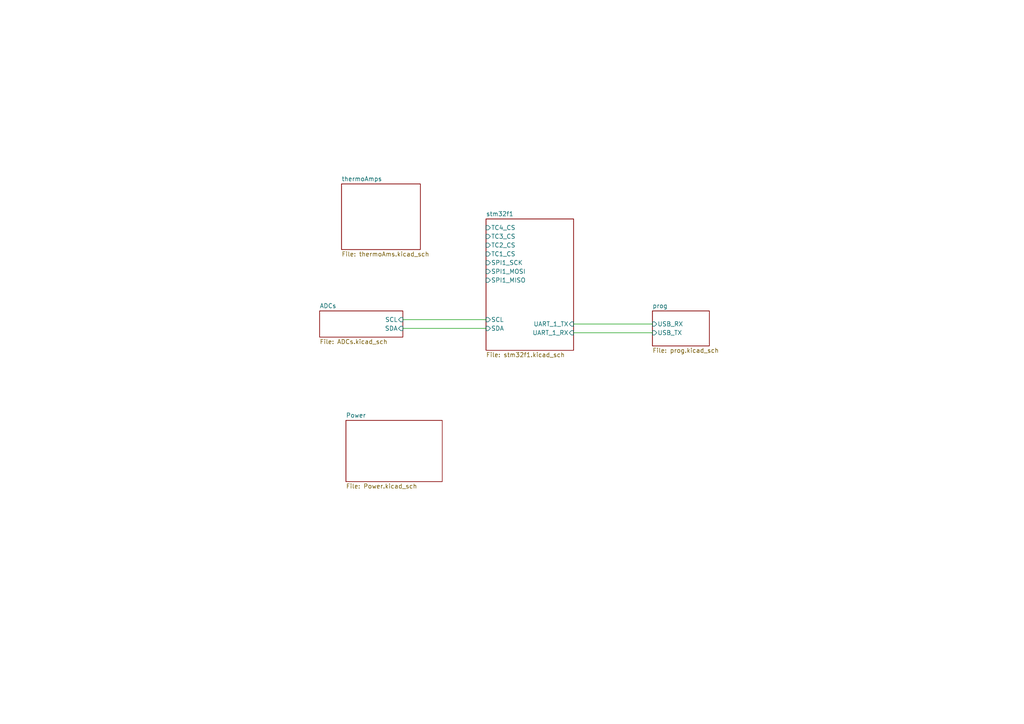
<source format=kicad_sch>
(kicad_sch
	(version 20250114)
	(generator "eeschema")
	(generator_version "9.0")
	(uuid "bb73515c-a1ce-4448-8899-3a433fb04c26")
	(paper "A4")
	(title_block
		(title "Alpha_Peripheral_Board")
	)
	(lib_symbols)
	(wire
		(pts
			(xy 116.84 92.71) (xy 140.97 92.71)
		)
		(stroke
			(width 0)
			(type default)
		)
		(uuid "6204e66f-3afd-4cc7-b051-1cb515d6bed2")
	)
	(wire
		(pts
			(xy 166.37 96.52) (xy 189.23 96.52)
		)
		(stroke
			(width 0)
			(type default)
		)
		(uuid "64668222-939a-4104-abf8-3e060297e384")
	)
	(wire
		(pts
			(xy 166.37 93.98) (xy 189.23 93.98)
		)
		(stroke
			(width 0)
			(type default)
		)
		(uuid "aa9c44c4-9ba6-4849-85a5-7b3d5156fb28")
	)
	(wire
		(pts
			(xy 116.84 95.25) (xy 140.97 95.25)
		)
		(stroke
			(width 0)
			(type default)
		)
		(uuid "e09935fa-6465-4e15-9781-54a0fa035016")
	)
	(sheet
		(at 99.06 53.34)
		(size 22.86 19.05)
		(exclude_from_sim no)
		(in_bom yes)
		(on_board yes)
		(dnp no)
		(fields_autoplaced yes)
		(stroke
			(width 0.1524)
			(type solid)
		)
		(fill
			(color 0 0 0 0.0000)
		)
		(uuid "7206d2b0-7b5f-4365-98b4-710ce982513e")
		(property "Sheetname" "thermoAmps"
			(at 99.06 52.6284 0)
			(effects
				(font
					(size 1.27 1.27)
				)
				(justify left bottom)
			)
		)
		(property "Sheetfile" "thermoAms.kicad_sch"
			(at 99.06 72.9746 0)
			(effects
				(font
					(size 1.27 1.27)
				)
				(justify left top)
			)
		)
		(instances
			(project "Alpha_Breakout"
				(path "/bb73515c-a1ce-4448-8899-3a433fb04c26"
					(page "5")
				)
			)
		)
	)
	(sheet
		(at 140.97 63.5)
		(size 25.4 38.1)
		(exclude_from_sim no)
		(in_bom yes)
		(on_board yes)
		(dnp no)
		(fields_autoplaced yes)
		(stroke
			(width 0.1524)
			(type solid)
		)
		(fill
			(color 0 0 0 0.0000)
		)
		(uuid "9cbbe99d-ef26-4275-9460-efaf874d2391")
		(property "Sheetname" "stm32f1"
			(at 140.97 62.7884 0)
			(effects
				(font
					(size 1.27 1.27)
				)
				(justify left bottom)
			)
		)
		(property "Sheetfile" "stm32f1.kicad_sch"
			(at 140.97 102.1846 0)
			(effects
				(font
					(size 1.27 1.27)
				)
				(justify left top)
			)
		)
		(pin "UART_1_TX" input
			(at 166.37 93.98 0)
			(uuid "e50c4775-1642-4340-8974-438c5648504b")
			(effects
				(font
					(size 1.27 1.27)
				)
				(justify right)
			)
		)
		(pin "UART_1_RX" input
			(at 166.37 96.52 0)
			(uuid "9d351f7c-7db5-4752-9568-984a6adb659f")
			(effects
				(font
					(size 1.27 1.27)
				)
				(justify right)
			)
		)
		(pin "SDA" input
			(at 140.97 95.25 180)
			(uuid "4e0dd147-cd58-42a7-b9ca-d95dc6785c37")
			(effects
				(font
					(size 1.27 1.27)
				)
				(justify left)
			)
		)
		(pin "SCL" input
			(at 140.97 92.71 180)
			(uuid "5e5847c3-0cf7-430d-845b-edc05a2927b9")
			(effects
				(font
					(size 1.27 1.27)
				)
				(justify left)
			)
		)
		(pin "SPI1_SCK" input
			(at 140.97 76.2 180)
			(uuid "15fe0d52-145f-40f9-8082-bd4075344e49")
			(effects
				(font
					(size 1.27 1.27)
				)
				(justify left)
			)
		)
		(pin "SPI1_MOSI" input
			(at 140.97 78.74 180)
			(uuid "56c030e3-5cfb-42bc-9263-e8c576553d34")
			(effects
				(font
					(size 1.27 1.27)
				)
				(justify left)
			)
		)
		(pin "SPI1_MISO" input
			(at 140.97 81.28 180)
			(uuid "171fd6f9-f00b-4d3d-9ba1-fe67651c3e64")
			(effects
				(font
					(size 1.27 1.27)
				)
				(justify left)
			)
		)
		(pin "TC2_CS" input
			(at 140.97 71.12 180)
			(uuid "74f0054c-6a7f-4482-a334-8b9ef96b806f")
			(effects
				(font
					(size 1.27 1.27)
				)
				(justify left)
			)
		)
		(pin "TC4_CS" input
			(at 140.97 66.04 180)
			(uuid "874aa1e6-f6d0-4fc4-9f16-2b5e99fb0658")
			(effects
				(font
					(size 1.27 1.27)
				)
				(justify left)
			)
		)
		(pin "TC3_CS" input
			(at 140.97 68.58 180)
			(uuid "8a79f972-fd9e-4e2e-be25-6f52830264f3")
			(effects
				(font
					(size 1.27 1.27)
				)
				(justify left)
			)
		)
		(pin "TC1_CS" input
			(at 140.97 73.66 180)
			(uuid "db85eba5-05a5-4bb6-9929-33bc82570a0c")
			(effects
				(font
					(size 1.27 1.27)
				)
				(justify left)
			)
		)
		(instances
			(project "Alpha_Breakout"
				(path "/bb73515c-a1ce-4448-8899-3a433fb04c26"
					(page "2")
				)
			)
		)
	)
	(sheet
		(at 92.71 90.17)
		(size 24.13 7.62)
		(exclude_from_sim no)
		(in_bom yes)
		(on_board yes)
		(dnp no)
		(fields_autoplaced yes)
		(stroke
			(width 0.1524)
			(type solid)
		)
		(fill
			(color 0 0 0 0.0000)
		)
		(uuid "c5809e31-49fa-4035-9e50-9a02f65a2597")
		(property "Sheetname" "ADCs"
			(at 92.71 89.4584 0)
			(effects
				(font
					(size 1.27 1.27)
				)
				(justify left bottom)
			)
		)
		(property "Sheetfile" "ADCs.kicad_sch"
			(at 92.71 98.3746 0)
			(effects
				(font
					(size 1.27 1.27)
				)
				(justify left top)
			)
		)
		(pin "SCL" input
			(at 116.84 92.71 0)
			(uuid "8af80916-9d2f-4a5d-97d4-d55e77b3acae")
			(effects
				(font
					(size 1.27 1.27)
				)
				(justify right)
			)
		)
		(pin "SDA" input
			(at 116.84 95.25 0)
			(uuid "8a07b4a3-a8c9-4999-b9ca-1fa7a2a879c0")
			(effects
				(font
					(size 1.27 1.27)
				)
				(justify right)
			)
		)
		(instances
			(project "Alpha_Breakout"
				(path "/bb73515c-a1ce-4448-8899-3a433fb04c26"
					(page "4")
				)
			)
		)
	)
	(sheet
		(at 100.33 121.92)
		(size 27.94 17.78)
		(exclude_from_sim no)
		(in_bom yes)
		(on_board yes)
		(dnp no)
		(fields_autoplaced yes)
		(stroke
			(width 0.1524)
			(type solid)
		)
		(fill
			(color 0 0 0 0.0000)
		)
		(uuid "f19b3af3-949e-4bd9-966f-10ca206af398")
		(property "Sheetname" "Power"
			(at 100.33 121.2084 0)
			(effects
				(font
					(size 1.27 1.27)
				)
				(justify left bottom)
			)
		)
		(property "Sheetfile" "Power.kicad_sch"
			(at 100.33 140.2846 0)
			(effects
				(font
					(size 1.27 1.27)
				)
				(justify left top)
			)
		)
		(instances
			(project "Alpha_Breakout"
				(path "/bb73515c-a1ce-4448-8899-3a433fb04c26"
					(page "6")
				)
			)
		)
	)
	(sheet
		(at 189.23 90.17)
		(size 16.51 10.16)
		(exclude_from_sim no)
		(in_bom yes)
		(on_board yes)
		(dnp no)
		(fields_autoplaced yes)
		(stroke
			(width 0.1524)
			(type solid)
		)
		(fill
			(color 0 0 0 0.0000)
		)
		(uuid "f4fd7486-9603-4999-ad4a-c6ff352c8897")
		(property "Sheetname" "prog"
			(at 189.23 89.4584 0)
			(effects
				(font
					(size 1.27 1.27)
				)
				(justify left bottom)
			)
		)
		(property "Sheetfile" "prog.kicad_sch"
			(at 189.23 100.9146 0)
			(effects
				(font
					(size 1.27 1.27)
				)
				(justify left top)
			)
		)
		(pin "USB_RX" input
			(at 189.23 93.98 180)
			(uuid "208b44de-c532-48e6-8045-1c622a753e0e")
			(effects
				(font
					(size 1.27 1.27)
				)
				(justify left)
			)
		)
		(pin "USB_TX" input
			(at 189.23 96.52 180)
			(uuid "6c51864a-b7b2-46ed-8872-1382d181bab5")
			(effects
				(font
					(size 1.27 1.27)
				)
				(justify left)
			)
		)
		(instances
			(project "Alpha_Breakout"
				(path "/bb73515c-a1ce-4448-8899-3a433fb04c26"
					(page "3")
				)
			)
		)
	)
	(sheet_instances
		(path "/"
			(page "1")
		)
	)
	(embedded_fonts no)
)

</source>
